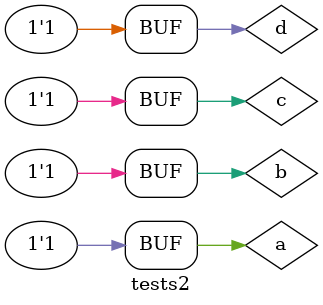
<source format=v>

module s2 (s, a, b, c, d);

output s;
input a, b, c, d;

and AND1 (s, a, b, c, d);

endmodule //

module tests2;  

wire s;
reg a, b, c, d;

s2 s2 (s, a, b, c, d);

 initial begin
      $display("\Prova 01_j - Ludmily Caldeira da Silva - 417290\n");
      $display("TESTE\n");
      $display("\na   b   c    d    s2\n");
      $monitor("%b   %b   %b    %b    %b", a, b, c, d, s);
		
		  a=0; b=0; c=0; d=0;
    #1  a=0; b=0; c=0; d=1;
    #1  a=0; b=0; c=1; d=0;
    #1  a=0; b=0; c=1; d=1;
	 #1  a=0; b=1; c=0; d=0;
    #1  a=0; b=1; c=0; d=1;
    #1  a=0; b=1; c=1; d=0;
    #1  a=0; b=1; c=1; d=1;
    #1  a=1; b=0; c=0; d=0;
    #1  a=1; b=0; c=0; d=1;
    #1  a=1; b=0; c=1; d=0;
	 #1  a=1; b=0; c=1; d=1;
    #1  a=1; b=1; c=0; d=0;
    #1  a=1; b=1; c=0; d=1;
    #1  a=1; b=1; c=1; d=0;
    #1  a=1; b=1; c=1; d=1;  
	    		  
    end
 
endmodule //

/*

RESULTADOS OBTIDOS

        Prova 01_j - Ludmily Caldeira da Silva - 417290
    
    TESTE
    
    
    a   b   c    d    s2
    
    0   0   0    0    0
    0   0   0    1    0
    0   0   1    0    0
    0   0   1    1    0
    0   1   0    0    0
    0   1   0    1    0
    0   1   1    0    0
    0   1   1    1    0
    1   0   0    0    0
    1   0   0    1    0
    1   0   1    0    0
    1   0   1    1    0
    1   1   0    0    0
    1   1   0    1    0
    1   1   1    0    0
    1   1   1    1    1    

*/
</source>
